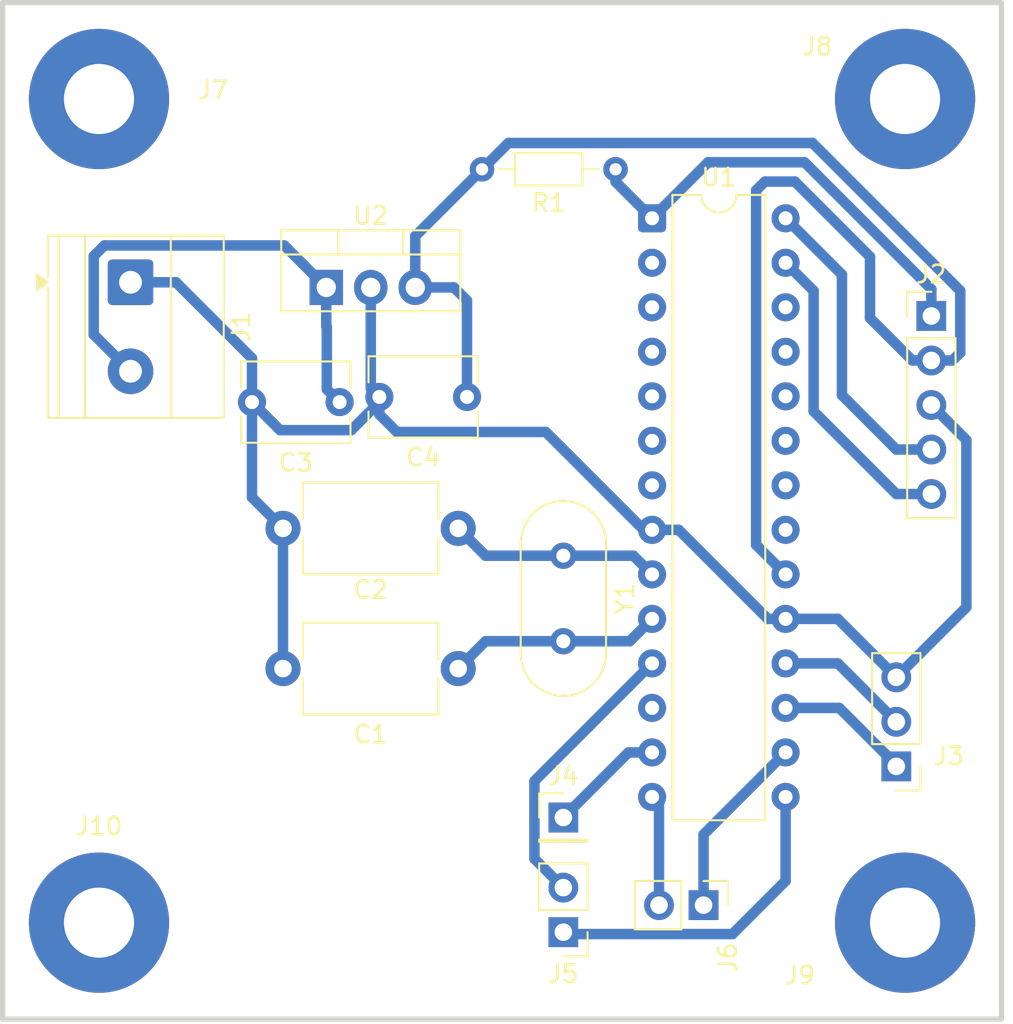
<source format=kicad_pcb>
(kicad_pcb (version 20241229) (generator "pcbnew") (generator_version "9.0")
  (layers (0 "F.Cu" signal) (2 "B.Cu" signal) (13 "F.Paste" user) (15 "B.Paste" user) (5 "F.SilkS" user "F.Silkscreen") (7 "B.SilkS" user "B.Silkscreen") (1 "F.Mask" user) (3 "B.Mask" user) (25 "Edge.Cuts" user))
  (net 0 "")
  (net 1 "Earth")
  (net 2 "Net-(U1-CLKOUT{slash}OSC2{slash}RA6)")
  (net 3 "Net-(U1-CLKIN{slash}OSC1{slash}RA7)")
  (net 4 "VCC")
  (net 5 "5v")
  (net 6 "Net-(J2-Pin_4)")
  (net 7 "Net-(J2-Pin_5)")
  (net 8 "Net-(J2-Pin_1)")
  (net 9 "Net-(J3-Pin_1)")
  (net 10 "Net-(J3-Pin_2)")
  (net 17 "Net-(J5-Pin_1)")
  (net 18 "Net-(J6-Pin_2)")
  (net 20 "Net-(J6-Pin_1)")
  (net 21 "Net-(J5-Pin_2)")
  (net 29 "Net-(J4-Pin_1)")
  (footprint "Connector_PinHeader_2.54mm:PinHeader_1x02_P2.54mm_Vertical" (layer "F.Cu") (at 137 141.04 180)
    (property "Reference" "J5" (at 0 -2.38 0) (layer "F.SilkS"))
    (property "Value" "SPI")
    (fp_line (start 1.38 1.27) (end 1.38 3.92) (stroke (width 0.12)) (layer "F.SilkS"))
    (fp_line (start -1.38 3.92) (end 1.38 3.92) (stroke (width 0.12)) (layer "F.SilkS"))
    (fp_line (start -1.38 1.27) (end 1.38 1.27) (stroke (width 0.12)) (layer "F.SilkS"))
    (fp_line (start -1.38 1.27) (end -1.38 3.92) (stroke (width 0.12)) (layer "F.SilkS"))
    (fp_line (start -1.38 0) (end -1.38 -1.38) (stroke (width 0.12)) (layer "F.SilkS"))
    (fp_line (start -1.38 -1.38) (end 0 -1.38) (stroke (width 0.12)) (layer "F.SilkS"))
    (pad "1" thru_hole rect (at 0 0 180) (size 1.7 1.7) (drill 1) (layers "*.Cu" "*.Mask") (net 17 "Net-(J5-Pin_1)"))
    (pad "2" thru_hole circle (at 0 2.54 180) (size 1.7 1.7) (drill 1) (layers "*.Cu" "*.Mask") (net 21 "Net-(J5-Pin_2)"))
  )
  (footprint "Capacitor_THT:C_Disc_D6.0mm_W4.4mm_P5.00mm" (layer "F.Cu") (at 131.5 110.5 180)
    (property "Reference" "C4" (at 2.5 -3.45 180) (layer "F.SilkS"))
    (property "Value" "0.33uF")
    (fp_line (start 5.62 2.32) (end -0.62 2.32) (stroke (width 0.12)) (layer "F.SilkS"))
    (fp_line (start 5.62 0.835) (end 5.62 2.32) (stroke (width 0.12)) (layer "F.SilkS"))
    (fp_line (start 5.62 -2.32) (end 5.62 -0.835) (stroke (width 0.12)) (layer "F.SilkS"))
    (fp_line (start -0.62 2.32) (end -0.62 0.835) (stroke (width 0.12)) (layer "F.SilkS"))
    (fp_line (start -0.62 -0.835) (end -0.62 -2.32) (stroke (width 0.12)) (layer "F.SilkS"))
    (fp_line (start -0.62 -2.32) (end 5.62 -2.32) (stroke (width 0.12)) (layer "F.SilkS"))
    (pad "1" thru_hole circle (at 0 0 180) (size 1.6 1.6) (drill 0.8) (layers "*.Cu" "*.Mask") (net 5 "5v"))
    (pad "2" thru_hole circle (at 5 0 180) (size 1.6 1.6) (drill 0.8) (layers "*.Cu" "*.Mask") (net 1 "Earth"))
  )
  (footprint "Crystal:Crystal_HC49-U_Vertical" (layer "F.Cu") (at 137 119.56 -90)
    (property "Reference" "Y1" (at 2.44 -3.52 90) (layer "F.SilkS"))
    (property "Value" "Crystal 20MHz")
    (fp_line (start 5.565 2.435) (end -0.685 2.435) (stroke (width 0.12)) (layer "F.SilkS"))
    (fp_line (start -0.685 -2.435) (end 5.565 -2.435) (stroke (width 0.12)) (layer "F.SilkS"))
    (fp_arc (start -0.685 2.435) (mid -3.12 0) (end -0.685 -2.435) (stroke (width 0.12)) (layer "F.SilkS"))
    (fp_arc (start 5.565 -2.435) (mid 8 0) (end 5.565 2.435) (stroke (width 0.12)) (layer "F.SilkS"))
    (pad "1" thru_hole circle (at 0 0 270) (size 1.5 1.5) (drill 0.8) (layers "*.Cu" "*.Mask") (net 3 "Net-(U1-CLKIN{slash}OSC1{slash}RA7)"))
    (pad "2" thru_hole circle (at 4.88 0 270) (size 1.5 1.5) (drill 0.8) (layers "*.Cu" "*.Mask") (net 2 "Net-(U1-CLKOUT{slash}OSC2{slash}RA6)"))
  )
  (footprint "Package_TO_SOT_THT:TO-220-3_Vertical" (layer "F.Cu") (at 123.4694 104.2518)
    (property "Reference" "U2" (at 2.54 -4.1 0) (layer "F.SilkS"))
    (property "Value" "L7805")
    (fp_line (start -2.57 -3.26) (end 7.65 -3.26) (stroke (width 0.12)) (layer "F.SilkS"))
    (fp_line (start -2.57 -1.88) (end 7.65 -1.88) (stroke (width 0.12)) (layer "F.SilkS"))
    (fp_line (start -2.57 1.36) (end -2.57 -3.26) (stroke (width 0.12)) (layer "F.SilkS"))
    (fp_line (start 0.69 -3.26) (end 0.69 -1.88) (stroke (width 0.12)) (layer "F.SilkS"))
    (fp_line (start 4.39 -3.26) (end 4.39 -1.88) (stroke (width 0.12)) (layer "F.SilkS"))
    (fp_line (start 7.65 -3.26) (end 7.65 1.36) (stroke (width 0.12)) (layer "F.SilkS"))
    (fp_line (start 7.65 1.36) (end -2.57 1.36) (stroke (width 0.12)) (layer "F.SilkS"))
    (pad "1" thru_hole rect (at 0 0) (size 1.905 2) (drill 1.1) (layers "*.Cu" "*.Mask") (net 4 "VCC"))
    (pad "2" thru_hole oval (at 2.54 0) (size 1.905 2) (drill 1.1) (layers "*.Cu" "*.Mask") (net 1 "Earth"))
    (pad "3" thru_hole oval (at 5.08 0) (size 1.905 2) (drill 1.1) (layers "*.Cu" "*.Mask") (net 5 "5v"))
  )
  (footprint "MountingHole:MountingHole_4mm_Pad" (layer "F.Cu") (at 156.5 93.5)
    (property "Reference" "J8" (at -5 -3 0) (layer "F.SilkS"))
    (property "Value" "i")
    (pad "1" thru_hole circle (at 0 0) (size 8 8) (drill 4) (layers "*.Cu" "*.Mask"))
  )
  (footprint "Connector_PinHeader_2.54mm:PinHeader_1x02_P2.54mm_Vertical" (layer "F.Cu") (at 145 139.5 -90)
    (property "Reference" "J6" (at 3 -1.38 90) (layer "F.SilkS"))
    (property "Value" "I2C")
    (fp_line (start -1.38 3.92) (end 1.38 3.92) (stroke (width 0.12)) (layer "F.SilkS"))
    (fp_line (start -1.38 1.27) (end -1.38 3.92) (stroke (width 0.12)) (layer "F.SilkS"))
    (fp_line (start -1.38 1.27) (end 1.38 1.27) (stroke (width 0.12)) (layer "F.SilkS"))
    (fp_line (start 1.38 1.27) (end 1.38 3.92) (stroke (width 0.12)) (layer "F.SilkS"))
    (fp_line (start -1.38 0) (end -1.38 -1.38) (stroke (width 0.12)) (layer "F.SilkS"))
    (fp_line (start -1.38 -1.38) (end 0 -1.38) (stroke (width 0.12)) (layer "F.SilkS"))
    (pad "1" thru_hole rect (at 0 0 270) (size 1.7 1.7) (drill 1) (layers "*.Cu" "*.Mask") (net 20 "Net-(J6-Pin_1)"))
    (pad "2" thru_hole circle (at 0 2.54 270) (size 1.7 1.7) (drill 1) (layers "*.Cu" "*.Mask") (net 18 "Net-(J6-Pin_2)"))
  )
  (footprint "Connector_PinHeader_2.54mm:PinHeader_1x01_P2.54mm_Vertical" (layer "F.Cu") (at 137 134.5)
    (property "Reference" "J4" (at 0 -2.38 0) (layer "F.SilkS"))
    (property "Value" "i")
    (fp_line (start -1.38 -1.38) (end 0 -1.38) (stroke (width 0.12)) (layer "F.SilkS"))
    (fp_line (start -1.38 0) (end -1.38 -1.38) (stroke (width 0.12)) (layer "F.SilkS"))
    (fp_line (start -1.38 1.27) (end -1.38 1.38) (stroke (width 0.12)) (layer "F.SilkS"))
    (fp_line (start -1.38 1.27) (end 1.38 1.27) (stroke (width 0.12)) (layer "F.SilkS"))
    (fp_line (start -1.38 1.38) (end 1.38 1.38) (stroke (width 0.12)) (layer "F.SilkS"))
    (fp_line (start 1.38 1.27) (end 1.38 1.38) (stroke (width 0.12)) (layer "F.SilkS"))
    (pad "1" thru_hole rect (at 0 0) (size 1.7 1.7) (drill 1) (layers "*.Cu" "*.Mask") (net 29 "Net-(J4-Pin_1)"))
  )
  (footprint "Capacitor_THT:C_Disc_D7.5mm_W5.0mm_P10.00mm" (layer "F.Cu") (at 131 118 180)
    (property "Reference" "C2" (at 5 -3.5 0) (layer "F.SilkS"))
    (property "Value" "22pF")
    (fp_line (start 8.87 2.62) (end 1.13 2.62) (stroke (width 0.12)) (layer "F.SilkS"))
    (fp_line (start 8.87 0.511) (end 8.87 2.62) (stroke (width 0.12)) (layer "F.SilkS"))
    (fp_line (start 8.87 -2.62) (end 8.87 -0.511) (stroke (width 0.12)) (layer "F.SilkS"))
    (fp_line (start 1.13 2.62) (end 1.13 0.511) (stroke (width 0.12)) (layer "F.SilkS"))
    (fp_line (start 1.13 -0.511) (end 1.13 -2.62) (stroke (width 0.12)) (layer "F.SilkS"))
    (fp_line (start 1.13 -2.62) (end 8.87 -2.62) (stroke (width 0.12)) (layer "F.SilkS"))
    (pad "1" thru_hole circle (at 0 0 180) (size 2 2) (drill 1) (layers "*.Cu" "*.Mask") (net 3 "Net-(U1-CLKIN{slash}OSC1{slash}RA7)"))
    (pad "2" thru_hole circle (at 10 0 180) (size 2 2) (drill 1) (layers "*.Cu" "*.Mask") (net 1 "Earth"))
  )
  (footprint "MountingHole:MountingHole_4mm_Pad" (layer "F.Cu") (at 110.5 140.5)
    (property "Reference" "J10" (at 0 -5.5 0) (layer "F.SilkS"))
    (property "Value" "i")
    (pad "1" thru_hole circle (at 0 0) (size 8 8) (drill 4) (layers "*.Cu" "*.Mask"))
  )
  (footprint "Capacitor_THT:C_Disc_D7.5mm_W5.0mm_P10.00mm" (layer "F.Cu") (at 131 126 180)
    (property "Reference" "C1" (at 5 -3.75 0) (layer "F.SilkS"))
    (property "Value" "22pF")
    (fp_line (start 8.87 2.62) (end 1.13 2.62) (stroke (width 0.12)) (layer "F.SilkS"))
    (fp_line (start 8.87 0.511) (end 8.87 2.62) (stroke (width 0.12)) (layer "F.SilkS"))
    (fp_line (start 8.87 -2.62) (end 8.87 -0.511) (stroke (width 0.12)) (layer "F.SilkS"))
    (fp_line (start 1.13 2.62) (end 1.13 0.511) (stroke (width 0.12)) (layer "F.SilkS"))
    (fp_line (start 1.13 -0.511) (end 1.13 -2.62) (stroke (width 0.12)) (layer "F.SilkS"))
    (fp_line (start 1.13 -2.62) (end 8.87 -2.62) (stroke (width 0.12)) (layer "F.SilkS"))
    (pad "1" thru_hole circle (at 0 0 180) (size 2 2) (drill 1) (layers "*.Cu" "*.Mask") (net 2 "Net-(U1-CLKOUT{slash}OSC2{slash}RA6)"))
    (pad "2" thru_hole circle (at 10 0 180) (size 2 2) (drill 1) (layers "*.Cu" "*.Mask") (net 1 "Earth"))
  )
  (footprint "Resistor_THT:R_Axial_DIN0204_L3.6mm_D1.6mm_P7.62mm_Horizontal" (layer "F.Cu") (at 139.9794 97.5106 180)
    (property "Reference" "R1" (at 3.81 -1.92 0) (layer "F.SilkS"))
    (property "Value" "R_US")
    (fp_line (start 6.68 0) (end 5.73 0) (stroke (width 0.12)) (layer "F.SilkS"))
    (fp_line (start 0.94 0) (end 1.89 0) (stroke (width 0.12)) (layer "F.SilkS"))
    (fp_rect (start 1.89 -0.92) (end 5.73 0.92) (stroke (width 0.12)) (fill no) (layer "F.SilkS"))
    (pad "1" thru_hole circle (at 0 0 180) (size 1.4 1.4) (drill 0.7) (layers "*.Cu" "*.Mask") (net 8 "Net-(J2-Pin_1)"))
    (pad "2" thru_hole circle (at 7.62 0 180) (size 1.4 1.4) (drill 0.7) (layers "*.Cu" "*.Mask") (net 5 "5v"))
  )
  (footprint "Package_DIP:DIP-28_W7.62mm" (layer "F.Cu") (at 142.0622 100.3046)
    (property "Reference" "U1" (at 3.81 -2.33 0) (layer "F.SilkS"))
    (property "Value" "PIC16F886-IP" (hide yes))
    (fp_line (start 1.16 -1.33) (end 1.16 34.35) (stroke (width 0.12)) (layer "F.SilkS"))
    (fp_line (start 1.16 34.35) (end 6.46 34.35) (stroke (width 0.12)) (layer "F.SilkS"))
    (fp_line (start 2.81 -1.33) (end 1.16 -1.33) (stroke (width 0.12)) (layer "F.SilkS"))
    (fp_line (start 6.46 -1.33) (end 4.81 -1.33) (stroke (width 0.12)) (layer "F.SilkS"))
    (fp_line (start 6.46 34.35) (end 6.46 -1.33) (stroke (width 0.12)) (layer "F.SilkS"))
    (fp_arc (start 4.81 -1.33) (mid 3.81 -0.33) (end 2.81 -1.33) (stroke (width 0.12)) (layer "F.SilkS"))
    (pad "1" thru_hole roundrect (at 0 0) (size 1.6 1.6) (drill 0.8) (layers "*.Cu" "*.Mask") (roundrect_rratio 0.15625) (net 8 "Net-(J2-Pin_1)"))
    (pad "2" thru_hole circle (at 0 2.54) (size 1.6 1.6) (drill 0.8) (layers "*.Cu" "*.Mask"))
    (pad "3" thru_hole circle (at 0 5.08) (size 1.6 1.6) (drill 0.8) (layers "*.Cu" "*.Mask"))
    (pad "4" thru_hole circle (at 0 7.62) (size 1.6 1.6) (drill 0.8) (layers "*.Cu" "*.Mask"))
    (pad "5" thru_hole circle (at 0 10.16) (size 1.6 1.6) (drill 0.8) (layers "*.Cu" "*.Mask"))
    (pad "6" thru_hole circle (at 0 12.7) (size 1.6 1.6) (drill 0.8) (layers "*.Cu" "*.Mask"))
    (pad "7" thru_hole circle (at 0 15.24) (size 1.6 1.6) (drill 0.8) (layers "*.Cu" "*.Mask"))
    (pad "8" thru_hole circle (at 0 17.78) (size 1.6 1.6) (drill 0.8) (layers "*.Cu" "*.Mask") (net 1 "Earth"))
    (pad "9" thru_hole circle (at 0 20.32) (size 1.6 1.6) (drill 0.8) (layers "*.Cu" "*.Mask") (net 3 "Net-(U1-CLKIN{slash}OSC1{slash}RA7)"))
    (pad "10" thru_hole circle (at 0 22.86) (size 1.6 1.6) (drill 0.8) (layers "*.Cu" "*.Mask") (net 2 "Net-(U1-CLKOUT{slash}OSC2{slash}RA6)"))
    (pad "11" thru_hole circle (at 0 25.4) (size 1.6 1.6) (drill 0.8) (layers "*.Cu" "*.Mask") (net 21 "Net-(J5-Pin_2)"))
    (pad "12" thru_hole circle (at 0 27.94) (size 1.6 1.6) (drill 0.8) (layers "*.Cu" "*.Mask"))
    (pad "13" thru_hole circle (at 0 30.48) (size 1.6 1.6) (drill 0.8) (layers "*.Cu" "*.Mask") (net 29 "Net-(J4-Pin_1)"))
    (pad "14" thru_hole circle (at 0 33.02) (size 1.6 1.6) (drill 0.8) (layers "*.Cu" "*.Mask") (net 18 "Net-(J6-Pin_2)"))
    (pad "15" thru_hole circle (at 7.62 33.02) (size 1.6 1.6) (drill 0.8) (layers "*.Cu" "*.Mask") (net 17 "Net-(J5-Pin_1)"))
    (pad "16" thru_hole circle (at 7.62 30.48) (size 1.6 1.6) (drill 0.8) (layers "*.Cu" "*.Mask") (net 20 "Net-(J6-Pin_1)"))
    (pad "17" thru_hole circle (at 7.62 27.94) (size 1.6 1.6) (drill 0.8) (layers "*.Cu" "*.Mask") (net 9 "Net-(J3-Pin_1)"))
    (pad "18" thru_hole circle (at 7.62 25.4) (size 1.6 1.6) (drill 0.8) (layers "*.Cu" "*.Mask") (net 10 "Net-(J3-Pin_2)"))
    (pad "19" thru_hole circle (at 7.62 22.86) (size 1.6 1.6) (drill 0.8) (layers "*.Cu" "*.Mask") (net 1 "Earth"))
    (pad "20" thru_hole circle (at 7.62 20.32) (size 1.6 1.6) (drill 0.8) (layers "*.Cu" "*.Mask") (net 5 "5v"))
    (pad "21" thru_hole circle (at 7.62 17.78) (size 1.6 1.6) (drill 0.8) (layers "*.Cu" "*.Mask"))
    (pad "22" thru_hole circle (at 7.62 15.24) (size 1.6 1.6) (drill 0.8) (layers "*.Cu" "*.Mask"))
    (pad "23" thru_hole circle (at 7.62 12.7) (size 1.6 1.6) (drill 0.8) (layers "*.Cu" "*.Mask"))
    (pad "24" thru_hole circle (at 7.62 10.16) (size 1.6 1.6) (drill 0.8) (layers "*.Cu" "*.Mask"))
    (pad "25" thru_hole circle (at 7.62 7.62) (size 1.6 1.6) (drill 0.8) (layers "*.Cu" "*.Mask"))
    (pad "26" thru_hole circle (at 7.62 5.08) (size 1.6 1.6) (drill 0.8) (layers "*.Cu" "*.Mask"))
    (pad "27" thru_hole circle (at 7.62 2.54) (size 1.6 1.6) (drill 0.8) (layers "*.Cu" "*.Mask") (net 7 "Net-(J2-Pin_5)"))
    (pad "28" thru_hole circle (at 7.62 0) (size 1.6 1.6) (drill 0.8) (layers "*.Cu" "*.Mask") (net 6 "Net-(J2-Pin_4)"))
  )
  (footprint "Connector_PinHeader_2.54mm:PinHeader_1x05_P2.54mm_Vertical" (layer "F.Cu") (at 158 105.88)
    (property "Reference" "J2" (at 0 -2.38 0) (layer "F.SilkS"))
    (property "Value" "Conn_01x05")
    (fp_line (start -1.38 -1.38) (end 0 -1.38) (stroke (width 0.12)) (layer "F.SilkS"))
    (fp_line (start -1.38 0) (end -1.38 -1.38) (stroke (width 0.12)) (layer "F.SilkS"))
    (fp_line (start -1.38 1.27) (end -1.38 11.54) (stroke (width 0.12)) (layer "F.SilkS"))
    (fp_line (start -1.38 1.27) (end 1.38 1.27) (stroke (width 0.12)) (layer "F.SilkS"))
    (fp_line (start -1.38 11.54) (end 1.38 11.54) (stroke (width 0.12)) (layer "F.SilkS"))
    (fp_line (start 1.38 1.27) (end 1.38 11.54) (stroke (width 0.12)) (layer "F.SilkS"))
    (pad "1" thru_hole rect (at 0 0) (size 1.7 1.7) (drill 1) (layers "*.Cu" "*.Mask") (net 8 "Net-(J2-Pin_1)"))
    (pad "2" thru_hole circle (at 0 2.54) (size 1.7 1.7) (drill 1) (layers "*.Cu" "*.Mask") (net 5 "5v"))
    (pad "3" thru_hole circle (at 0 5.08) (size 1.7 1.7) (drill 1) (layers "*.Cu" "*.Mask") (net 1 "Earth"))
    (pad "4" thru_hole circle (at 0 7.62) (size 1.7 1.7) (drill 1) (layers "*.Cu" "*.Mask") (net 6 "Net-(J2-Pin_4)"))
    (pad "5" thru_hole circle (at 0 10.16) (size 1.7 1.7) (drill 1) (layers "*.Cu" "*.Mask") (net 7 "Net-(J2-Pin_5)"))
  )
  (footprint "MountingHole:MountingHole_4mm_Pad" (layer "F.Cu") (at 156.5 140.5)
    (property "Reference" "J9" (at -6 3 0) (layer "F.SilkS"))
    (property "Value" "i")
    (pad "1" thru_hole circle (at 0 0) (size 8 8) (drill 4) (layers "*.Cu" "*.Mask"))
  )
  (footprint "Connector_PinHeader_2.54mm:PinHeader_1x03_P2.54mm_Vertical" (layer "F.Cu") (at 156 131.58 180)
    (property "Reference" "J3" (at -3 0.58 0) (layer "F.SilkS"))
    (property "Value" "USART")
    (fp_line (start 1.38 1.27) (end 1.38 6.46) (stroke (width 0.12)) (layer "F.SilkS"))
    (fp_line (start -1.38 6.46) (end 1.38 6.46) (stroke (width 0.12)) (layer "F.SilkS"))
    (fp_line (start -1.38 1.27) (end 1.38 1.27) (stroke (width 0.12)) (layer "F.SilkS"))
    (fp_line (start -1.38 1.27) (end -1.38 6.46) (stroke (width 0.12)) (layer "F.SilkS"))
    (fp_line (start -1.38 0) (end -1.38 -1.38) (stroke (width 0.12)) (layer "F.SilkS"))
    (fp_line (start -1.38 -1.38) (end 0 -1.38) (stroke (width 0.12)) (layer "F.SilkS"))
    (pad "1" thru_hole rect (at 0 0 180) (size 1.7 1.7) (drill 1) (layers "*.Cu" "*.Mask") (net 9 "Net-(J3-Pin_1)"))
    (pad "2" thru_hole circle (at 0 2.54 180) (size 1.7 1.7) (drill 1) (layers "*.Cu" "*.Mask") (net 10 "Net-(J3-Pin_2)"))
    (pad "3" thru_hole circle (at 0 5.08 180) (size 1.7 1.7) (drill 1) (layers "*.Cu" "*.Mask") (net 1 "Earth"))
  )
  (footprint "MountingHole:MountingHole_4mm_Pad" (layer "F.Cu") (at 110.5 93.5)
    (property "Reference" "J7" (at 6.5 -0.5 0) (layer "F.SilkS"))
    (property "Value" "i")
    (pad "1" thru_hole circle (at 0 0) (size 8 8) (drill 4) (layers "*.Cu" "*.Mask"))
  )
  (footprint "Capacitor_THT:C_Disc_D6.0mm_W4.4mm_P5.00mm" (layer "F.Cu") (at 124.2314 110.7948 180)
    (property "Reference" "C3" (at 2.5 -3.45 180) (layer "F.SilkS"))
    (property "Value" "0.33uF")
    (fp_line (start 5.62 2.32) (end -0.62 2.32) (stroke (width 0.12)) (layer "F.SilkS"))
    (fp_line (start 5.62 0.835) (end 5.62 2.32) (stroke (width 0.12)) (layer "F.SilkS"))
    (fp_line (start 5.62 -2.32) (end 5.62 -0.835) (stroke (width 0.12)) (layer "F.SilkS"))
    (fp_line (start -0.62 2.32) (end -0.62 0.835) (stroke (width 0.12)) (layer "F.SilkS"))
    (fp_line (start -0.62 -0.835) (end -0.62 -2.32) (stroke (width 0.12)) (layer "F.SilkS"))
    (fp_line (start -0.62 -2.32) (end 5.62 -2.32) (stroke (width 0.12)) (layer "F.SilkS"))
    (pad "1" thru_hole circle (at 0 0 180) (size 1.6 1.6) (drill 0.8) (layers "*.Cu" "*.Mask") (net 4 "VCC"))
    (pad "2" thru_hole circle (at 5 0 180) (size 1.6 1.6) (drill 0.8) (layers "*.Cu" "*.Mask") (net 1 "Earth"))
  )
  (footprint "TerminalBlock_Phoenix:TerminalBlock_Phoenix_MKDS-1,5-2-5.08_1x02_P5.08mm_Horizontal" (layer "F.Cu") (at 112.2987 103.9572 -90)
    (property "Reference" "J1" (at 2.54 -6.32 90) (layer "F.SilkS"))
    (property "Value" "Screw_Terminal_01x02")
    (fp_line (start -2.66 4.72) (end -2.66 -5.32) (stroke (width 0.12)) (layer "F.SilkS"))
    (fp_line (start -0.3 4.72) (end -2.66 4.72) (stroke (width 0.12)) (layer "F.SilkS"))
    (fp_line (start 7.74 4.72) (end 0.3 4.72) (stroke (width 0.12)) (layer "F.SilkS"))
    (fp_line (start -2.66 4.1) (end 7.74 4.1) (stroke (width 0.12)) (layer "F.SilkS"))
    (fp_line (start -2.66 2.6) (end 7.74 2.6) (stroke (width 0.12)) (layer "F.SilkS"))
    (fp_line (start -2.66 -2.3) (end 7.74 -2.3) (stroke (width 0.12)) (layer "F.SilkS"))
    (fp_line (start -2.66 -5.32) (end 7.74 -5.32) (stroke (width 0.12)) (layer "F.SilkS"))
    (fp_line (start 7.74 -5.32) (end 7.74 4.72) (stroke (width 0.12)) (layer "F.SilkS"))
    (fp_poly (pts (xy 0 4.72) (xy 0.44 5.33) (xy -0.44 5.33)) (stroke (width 0.12)) (fill yes) (layer "F.SilkS"))
    (pad "1" thru_hole roundrect (at 0 0 270) (size 2.6 2.6) (drill 1.3) (layers "*.Cu" "*.Mask") (roundrect_rratio 0.096154) (net 1 "Earth"))
    (pad "2" thru_hole circle (at 5.08 0 270) (size 2.6 2.6) (drill 1.3) (layers "*.Cu" "*.Mask") (net 4 "VCC"))
  )
  (gr_line (start 105 88) (end 162 88) (stroke (width 0.3)) (layer "Edge.Cuts"))
  (gr_line (start 105 146) (end 105 88) (stroke (width 0.3)) (layer "Edge.Cuts"))
  (gr_line (start 162 146) (end 105 146) (stroke (width 0.3)) (layer "Edge.Cuts"))
  (gr_line (start 162 88) (end 162 146) (stroke (width 0.3)) (layer "Edge.Cuts"))
  (segment (start 126.5 110.5) (end 126.5 110.790356) (width 0.6) (layer "B.Cu") (net 1))
  (segment (start 119.2314 116.2314) (end 121 118) (width 0.6) (layer "B.Cu") (net 1))
  (segment (start 152.6646 123.1646) (end 149.6822 123.1646) (width 0.6) (layer "B.Cu") (net 1))
  (segment (start 126.5 111.5) (end 127.5 112.5) (width 0.6) (layer "B.Cu") (net 1))
  (segment (start 114.8938 103.9572) (end 119.2314 108.2948) (width 0.6) (layer "B.Cu") (net 1))
  (segment (start 127.5 112.5) (end 136 112.5) (width 0.6) (layer "B.Cu") (net 1))
  (segment (start 119.2314 110.7948) (end 119.2314 116.2314) (width 0.6) (layer "B.Cu") (net 1))
  (segment (start 158 110.96) (end 160 112.96) (width 0.6) (layer "B.Cu") (net 1))
  (segment (start 121 118) (end 121 126) (width 0.6) (layer "B.Cu") (net 1))
  (segment (start 160 112.96) (end 160 122.5) (width 0.6) (layer "B.Cu") (net 1))
  (segment (start 119.2314 108.2948) (end 119.2314 110.7948) (width 0.6) (layer "B.Cu") (net 1))
  (segment (start 136 112.5) (end 141.5846 118.0846) (width 0.6) (layer "B.Cu") (net 1))
  (segment (start 126.5 110.5) (end 126.5 111.5) (width 0.6) (layer "B.Cu") (net 1))
  (segment (start 149.8468 123) (end 149.8468 123.1646) (width 0.6) (layer "B.Cu") (net 1))
  (segment (start 126.0094 110.0094) (end 126.5 110.5) (width 0.6) (layer "B.Cu") (net 1))
  (segment (start 149.8468 123.1646) (end 149.6822 123.1646) (width 0.6) (layer "B.Cu") (net 1))
  (segment (start 112.2987 103.9572) (end 114.8938 103.9572) (width 0.6) (layer "B.Cu") (net 1))
  (segment (start 141.5846 118.0846) (end 142.0622 118.0846) (width 0.6) (layer "B.Cu") (net 1))
  (segment (start 126.5 110.790356) (end 124.894556 112.3958) (width 0.6) (layer "B.Cu") (net 1))
  (segment (start 143.5846 118.0846) (end 148.6646 123.1646) (width 0.6) (layer "B.Cu") (net 1))
  (segment (start 120.8324 112.3958) (end 119.2314 110.7948) (width 0.6) (layer "B.Cu") (net 1))
  (segment (start 148.6646 123.1646) (end 149.6822 123.1646) (width 0.6) (layer "B.Cu") (net 1))
  (segment (start 156 126.5) (end 152.6646 123.1646) (width 0.6) (layer "B.Cu") (net 1))
  (segment (start 156 126.5) (end 160 122.5) (width 0.6) (layer "B.Cu") (net 1))
  (segment (start 142.0622 118.0846) (end 143.5846 118.0846) (width 0.6) (layer "B.Cu") (net 1))
  (segment (start 126.0094 104.2518) (end 126.0094 110.0094) (width 0.6) (layer "B.Cu") (net 1))
  (segment (start 124.894556 112.3958) (end 120.8324 112.3958) (width 0.6) (layer "B.Cu") (net 1))
  (segment (start 140.7868 124.44) (end 142.0622 123.1646) (width 0.6) (layer "B.Cu") (net 2))
  (segment (start 137 124.44) (end 140.7868 124.44) (width 0.6) (layer "B.Cu") (net 2))
  (segment (start 131 126) (end 132.56 124.44) (width 0.6) (layer "B.Cu") (net 2))
  (segment (start 132.56 124.44) (end 137 124.44) (width 0.6) (layer "B.Cu") (net 2))
  (segment (start 132.56 119.56) (end 137 119.56) (width 0.6) (layer "B.Cu") (net 3))
  (segment (start 140.9976 119.56) (end 142.0622 120.6246) (width 0.6) (layer "B.Cu") (net 3))
  (segment (start 131 118) (end 132.56 119.56) (width 0.6) (layer "B.Cu") (net 3))
  (segment (start 137 119.56) (end 140.9976 119.56) (width 0.6) (layer "B.Cu") (net 3))
  (segment (start 123.4694 104.2518) (end 123.4694 106.4694) (width 0.6) (layer "B.Cu") (net 4))
  (segment (start 123.5 110.0634) (end 124.2314 110.7948) (width 0.6) (layer "B.Cu") (net 4))
  (segment (start 110.806434 101.8562) (end 121.0738 101.8562) (width 0.6) (layer "B.Cu") (net 4))
  (segment (start 112.2987 109.0372) (end 110.1977 106.9362) (width 0.6) (layer "B.Cu") (net 4))
  (segment (start 110.1977 102.464934) (end 110.806434 101.8562) (width 0.6) (layer "B.Cu") (net 4))
  (segment (start 121.0738 101.8562) (end 123.4694 104.2518) (width 0.6) (layer "B.Cu") (net 4))
  (segment (start 123.4694 106.4694) (end 123.5 106.5) (width 0.6) (layer "B.Cu") (net 4))
  (segment (start 123.5 106.5) (end 123.5 110.0634) (width 0.6) (layer "B.Cu") (net 4))
  (segment (start 110.1977 106.9362) (end 110.1977 102.464934) (width 0.6) (layer "B.Cu") (net 4))
  (segment (start 156.92 108.42) (end 158 108.42) (width 0.6) (layer "B.Cu") (net 5))
  (segment (start 133.8604 96.0096) (end 151.21996 96.0096) (width 0.6) (layer "B.Cu") (net 5))
  (segment (start 159.651 104.44064) (end 159.651 107.971081) (width 0.6) (layer "B.Cu") (net 5))
  (segment (start 128.5494 104.2518) (end 130.7518 104.2518) (width 0.6) (layer "B.Cu") (net 5))
  (segment (start 154.5 106) (end 156.92 108.42) (width 0.6) (layer "B.Cu") (net 5))
  (segment (start 159.651 107.971081) (end 159.202081 108.42) (width 0.6) (layer "B.Cu") (net 5))
  (segment (start 132.3594 97.5106) (end 128.5494 101.3206) (width 0.6) (layer "B.Cu") (net 5))
  (segment (start 148 118.9424) (end 148 98.7116) (width 0.6) (layer "B.Cu") (net 5))
  (segment (start 148 98.7116) (end 148.5 98.2116) (width 0.6) (layer "B.Cu") (net 5))
  (segment (start 159.202081 108.42) (end 158 108.42) (width 0.6) (layer "B.Cu") (net 5))
  (segment (start 131.5 105) (end 131.5 110.5) (width 0.6) (layer "B.Cu") (net 5))
  (segment (start 150.2116 98.2116) (end 154.5 102.5) (width 0.6) (layer "B.Cu") (net 5))
  (segment (start 148.5 98.2116) (end 150.2116 98.2116) (width 0.6) (layer "B.Cu") (net 5))
  (segment (start 149.6822 120.6246) (end 148 118.9424) (width 0.6) (layer "B.Cu") (net 5))
  (segment (start 128.5494 101.3206) (end 128.5494 104.2518) (width 0.6) (layer "B.Cu") (net 5))
  (segment (start 151.21996 96.0096) (end 159.651 104.44064) (width 0.6) (layer "B.Cu") (net 5))
  (segment (start 130.7518 104.2518) (end 131.5 105) (width 0.6) (layer "B.Cu") (net 5))
  (segment (start 154.5 102.5) (end 154.5 106) (width 0.6) (layer "B.Cu") (net 5))
  (segment (start 132.3594 97.5106) (end 133.8604 96.0096) (width 0.6) (layer "B.Cu") (net 5))
  (segment (start 152.899 103.5214) (end 152.899 110.399) (width 0.6) (layer "B.Cu") (net 6))
  (segment (start 149.6822 100.3046) (end 152.899 103.5214) (width 0.6) (layer "B.Cu") (net 6))
  (segment (start 158 113.5) (end 156 113.5) (width 0.6) (layer "B.Cu") (net 6))
  (segment (start 156 113.5) (end 152.899 110.399) (width 0.6) (layer "B.Cu") (net 6))
  (segment (start 151.2832 104.4456) (end 151.2832 111.3232) (width 0.6) (layer "B.Cu") (net 7))
  (segment (start 156 116.04) (end 151.2832 111.3232) (width 0.6) (layer "B.Cu") (net 7))
  (segment (start 149.6822 102.8446) (end 151.2832 104.4456) (width 0.6) (layer "B.Cu") (net 7))
  (segment (start 158 116.04) (end 156 116.04) (width 0.6) (layer "B.Cu") (net 7))
  (segment (start 139.9794 98.2218) (end 142.0622 100.3046) (width 0.6) (layer "B.Cu") (net 8))
  (segment (start 142.0622 100.3046) (end 145.2562 97.1106) (width 0.6) (layer "B.Cu") (net 8))
  (segment (start 158 104.34669) (end 158 105.88) (width 0.6) (layer "B.Cu") (net 8))
  (segment (start 150.76391 97.1106) (end 158 104.34669) (width 0.6) (layer "B.Cu") (net 8))
  (segment (start 145.2562 97.1106) (end 150.76391 97.1106) (width 0.6) (layer "B.Cu") (net 8))
  (segment (start 139.9794 97.5106) (end 139.9794 98.2218) (width 0.6) (layer "B.Cu") (net 8))
  (segment (start 156 131.5) (end 152.7446 128.2446) (width 0.6) (layer "B.Cu") (net 9))
  (segment (start 149.8468 128.08) (end 149.6822 128.2446) (width 0.6) (layer "B.Cu") (net 9))
  (segment (start 156 131.58) (end 156 131.5) (width 0.6) (layer "B.Cu") (net 9))
  (segment (start 152.7446 128.2446) (end 149.6822 128.2446) (width 0.6) (layer "B.Cu") (net 9))
  (segment (start 149.8468 125.54) (end 149.6822 125.7046) (width 0.6) (layer "B.Cu") (net 10))
  (segment (start 152.6646 125.7046) (end 149.6822 125.7046) (width 0.6) (layer "B.Cu") (net 10))
  (segment (start 156 129.04) (end 152.6646 125.7046) (width 0.6) (layer "B.Cu") (net 10))
  (segment (start 149.6822 138.1198) (end 149.6822 133.3246) (width 0.6) (layer "B.Cu") (net 17))
  (segment (start 137.111 141.151) (end 146.651 141.151) (width 0.6) (layer "B.Cu") (net 17))
  (segment (start 146.651 141.151) (end 149.6822 138.1198) (width 0.6) (layer "B.Cu") (net 17))
  (segment (start 137 141.04) (end 137.111 141.151) (width 0.6) (layer "B.Cu") (net 17))
  (segment (start 142.46 133.7224) (end 142.0622 133.3246) (width 0.6) (layer "B.Cu") (net 18))
  (segment (start 142.46 139.5) (end 142.46 133.7224) (width 0.6) (layer "B.Cu") (net 18))
  (segment (start 145 135.4668) (end 149.6822 130.7846) (width 0.6) (layer "B.Cu") (net 20))
  (segment (start 145 139.5) (end 145 135.4668) (width 0.6) (layer "B.Cu") (net 20))
  (segment (start 142.0622 125.7046) (end 135.349 132.4178) (width 0.6) (layer "B.Cu") (net 21))
  (segment (start 135.349 132.4178) (end 135.349 136.849) (width 0.6) (layer "B.Cu") (net 21))
  (segment (start 135.349 136.849) (end 137 138.5) (width 0.6) (layer "B.Cu") (net 21))
  (segment (start 140.7154 130.7846) (end 137 134.5) (width 0.6) (layer "B.Cu") (net 29))
  (segment (start 142.0622 130.7846) (end 140.7154 130.7846) (width 0.6) (layer "B.Cu") (net 29))
)
</source>
